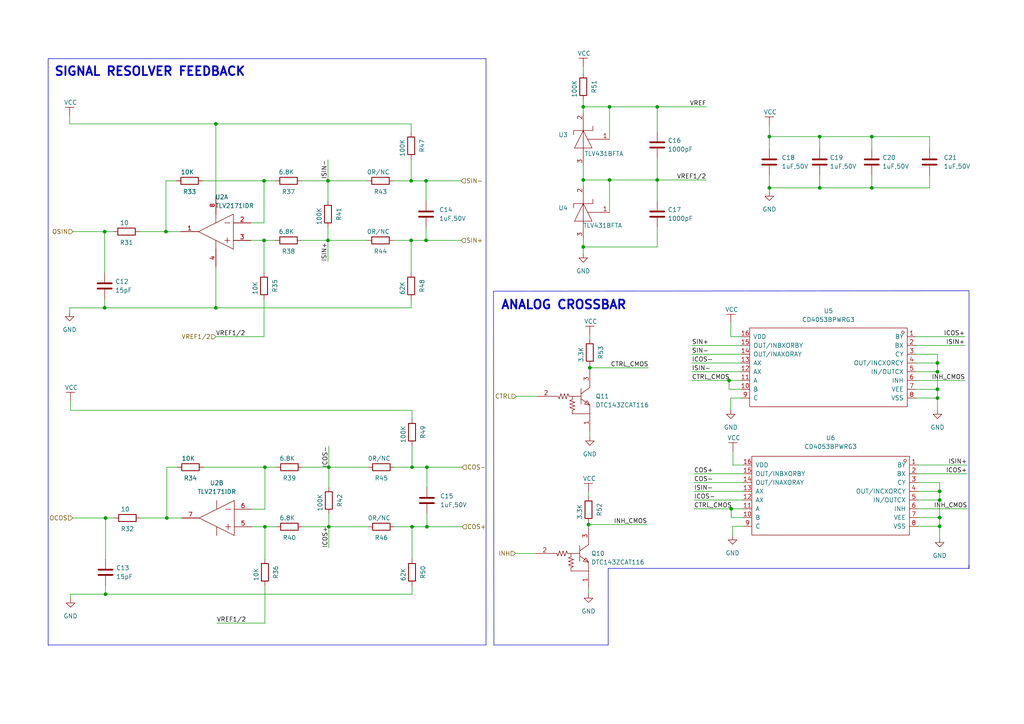
<source format=kicad_sch>
(kicad_sch (version 20230121) (generator eeschema)
  (paper "A4")
  (lib_symbols
    (symbol "02_HPM_Resis:NC_1" (pin_numbers hide) (pin_names (offset 0))
      (property "Reference" "R" (at -3.81 0.635 0))
      (property "Value" "NC_1" (at 5.715 0.635 0))
      (symbol "NC_1_0_1"
        (rectangle (start 2.54 -1.016) (end -2.54 1.016) (stroke (width 0.254)))
      )
      (symbol "NC_1_1_1"
        (pin passive line (at -3.81 0 0) (length 1.27) (name "~") (number "1"))
        (pin passive line (at 3.81 0 180) (length 1.27) (name "~") (number "2"))
      )
    )
    (symbol "03_HPM_CAP:10uF,16V" (pin_numbers hide) (pin_names (offset 0.254))
      (property "Reference" "C" (at 0.635 2.54 0))
      (property "Value" "10uF,16V" (at 0.635 -2.54 0))
      (symbol "10uF,16V_0_1"
        (polyline (pts (xy -2.032 -0.762) (xy 2.032 -0.762)) (stroke (width 0.508)))
        (polyline (pts (xy -2.032 0.762) (xy 2.032 0.762)) (stroke (width 0.508)))
      )
      (symbol "10uF,16V_1_1"
        (pin passive line (at 0 3.81 270) (length 2.794) (name "~") (number "1"))
        (pin passive line (at 0 -3.81 90) (length 2.794) (name "~") (number "2"))
      )
    )
    (symbol "HPM_EVK2:CD4053BPWRG3" (pin_names (offset 1.016))
      (property "Reference" "U" (at 0 0 0))
      (property "Value" "CD4053BPWRG3" (at 0 0 0))
      (symbol "CD4053BPWRG3_1_1"
        (rectangle (start -22.86 -11.43) (end 22.86 11.43))
        (circle (center -21.59 10.16) (radius 0.381))
        (pin input line (at -25.4 8.89 0) (length 2.54) (name "BY") (number "1"))
        (pin input line (at 25.4 -6.35 180) (length 2.54) (name "B") (number "10"))
        (pin input line (at 25.4 -3.81 180) (length 2.54) (name "A") (number "11"))
        (pin input line (at 25.4 -1.27 180) (length 2.54) (name "AX") (number "12"))
        (pin input line (at 25.4 1.27 180) (length 2.54) (name "AX") (number "13"))
        (pin input line (at 25.4 3.81 180) (length 2.54) (name "OUT/INAXORAY") (number "14"))
        (pin input line (at 25.4 6.35 180) (length 2.54) (name "OUT/INBXORBY") (number "15"))
        (pin input line (at 25.4 8.89 180) (length 2.54) (name "VDD") (number "16"))
        (pin input line (at -25.4 6.35 0) (length 2.54) (name "BX") (number "2"))
        (pin input line (at -25.4 3.81 0) (length 2.54) (name "CY") (number "3"))
        (pin input line (at -25.4 1.27 0) (length 2.54) (name "OUT/INCXORCY") (number "4"))
        (pin input line (at -25.4 -1.27 0) (length 2.54) (name "IN/OUTCX") (number "5"))
        (pin input line (at -25.4 -3.81 0) (length 2.54) (name "INH") (number "6"))
        (pin input line (at -25.4 -6.35 0) (length 2.54) (name "VEE") (number "7"))
        (pin input line (at -25.4 -8.89 0) (length 2.54) (name "VSS") (number "8"))
        (pin input line (at 25.4 -8.89 180) (length 2.54) (name "C") (number "9"))
      )
    )
    (symbol "HPM_EVK2:DTC143ZCAT116" (pin_names (offset 1.016) hide)
      (property "Reference" "Q" (at 0 0 0))
      (property "Value" "DTC143ZCAT116" (at 0 0 0))
      (symbol "DTC143ZCAT116_1_1"
        (polyline (pts (xy 0 -2.286) (xy 0 2.286)))
        (polyline (pts (xy 0 0.762) (xy 2.54 2.54)))
        (polyline (pts (xy 0.762 -1.27) (xy 0 -0.762)))
        (polyline (pts (xy 0.762 -1.27) (xy 2.54 -2.54) (xy 2.54 -2.54) (xy 2.54 -5.08) (xy 2.54 -5.08) (xy -2.54 -5.08)))
        (polyline (pts (xy 2.54 -2.54) (xy 1.016 -2.286) (xy 1.016 -2.286) (xy 1.778 -1.27) (xy 1.778 -1.27) (xy 2.54 -2.54)))
        (polyline (pts (xy -2.54 -5.08) (xy -2.54 -4.064) (xy -2.54 -4.064) (xy -1.778 -3.81) (xy -1.778 -3.81) (xy -3.302 -3.302) (xy -3.302 -3.302) (xy -1.778 -2.794) (xy -1.778 -2.794) (xy -3.302 -2.286) (xy -3.302 -2.286) (xy -1.778 -1.778) (xy -1.778 -1.778) (xy -3.302 -1.27) (xy -3.302 -1.27) (xy -2.54 -1.016) (xy -2.54 -1.016) (xy -2.54 0)))
        (polyline (pts (xy -7.62 0) (xy -6.604 0) (xy -6.604 0) (xy -6.35 -0.762) (xy -6.35 -0.762) (xy -5.842 0.762) (xy -5.842 0.762) (xy -5.334 -0.762) (xy -5.334 -0.762) (xy -4.826 0.762) (xy -4.826 0.762) (xy -4.318 -0.762) (xy -4.318 -0.762) (xy -3.81 0.762) (xy -3.81 0.762) (xy -3.556 0) (xy -3.556 0) (xy -2.54 0) (xy -2.54 0) (xy 0 0)))
        (pin input line (at 2.54 -10.16 90) (length 5.08) (name "E") (number "1"))
        (pin input line (at -12.7 0 0) (length 5.08) (name "B") (number "2"))
        (pin input line (at 2.54 7.62 270) (length 5.08) (name "C") (number "3"))
      )
    )
    (symbol "HPM_EVK2:TLV2171IDR" (pin_names (offset 1.016) hide)
      (property "Reference" "U" (at 0 0 0))
      (property "Value" "TLV2171IDR" (at 0 0 0))
      (symbol "TLV2171IDR_1_1"
        (polyline (pts (xy -4.064 -2.54) (xy -2.54 -2.54)))
        (polyline (pts (xy -4.064 2.54) (xy -2.54 2.54)))
        (polyline (pts (xy -3.302 -1.778) (xy -3.302 -3.302)))
        (polyline (pts (xy 0 -2.54) (xy 0 -5.08)))
        (polyline (pts (xy 0 5.08) (xy 0 2.54)))
        (polyline (pts (xy -5.08 -5.08) (xy 5.08 0) (xy 5.08 0) (xy -5.08 5.08) (xy -5.08 5.08) (xy -5.08 -5.08)))
        (pin output line (at 10.16 0 180) (length 5.08) (name "VOUTA") (number "1"))
        (pin input line (at -10.16 2.54 0) (length 5.08) (name "VINA-") (number "2"))
        (pin input line (at -10.16 -2.54 0) (length 5.08) (name "VINA+") (number "3"))
        (pin input line (at 0 -10.16 90) (length 5.08) (name "VSS") (number "4"))
        (pin input line (at 0 10.16 270) (length 5.08) (name "VDD") (number "8"))
      )
      (symbol "TLV2171IDR_2_1"
        (polyline (pts (xy -4.064 -2.54) (xy -2.54 -2.54)))
        (polyline (pts (xy -4.064 2.54) (xy -2.54 2.54)))
        (polyline (pts (xy -3.302 -1.778) (xy -3.302 -3.302)))
        (polyline (pts (xy 0 -2.54) (xy 0 -5.08)))
        (polyline (pts (xy 0 5.08) (xy 0 2.54)))
        (polyline (pts (xy -5.08 -5.08) (xy 5.08 0) (xy 5.08 0) (xy -5.08 5.08) (xy -5.08 5.08) (xy -5.08 -5.08)))
        (pin input line (at -10.16 -2.54 0) (length 5.08) (name "VINB+") (number "5"))
        (pin input line (at -10.16 2.54 0) (length 5.08) (name "VINB-") (number "6"))
        (pin output line (at 10.16 0 180) (length 5.08) (name "VOUTB") (number "7"))
      )
    )
    (symbol "HPM_EVK2:TLV431BFTA" (pin_names (offset 1.016) hide)
      (property "Reference" "U" (at 0 0 0))
      (property "Value" "TLV431BFTA" (at 0 0 0))
      (symbol "TLV431BFTA_1_1"
        (polyline (pts (xy 0 5.08) (xy 0 -5.08)))
        (polyline (pts (xy 5.08 0) (xy 1.27 0)))
        (polyline (pts (xy -2.794 1.27) (xy -2.794 2.54) (xy -2.794 2.54) (xy 2.794 2.54) (xy 2.794 2.54) (xy 2.794 3.81)))
        (polyline (pts (xy 0 2.54) (xy -2.54 -2.54) (xy -2.54 -2.54) (xy 2.54 -2.54) (xy 2.54 -2.54) (xy 0 2.54)))
        (pin input line (at 7.62 0 180) (length 2.54) (name "REF") (number "1"))
        (pin input line (at 0 7.62 270) (length 2.54) (name "CAT") (number "2"))
        (pin input line (at 0 -7.62 90) (length 2.54) (name "AN") (number "3"))
      )
    )
    (symbol "HPM_EVK2:VCC" (power) (pin_numbers hide) (pin_names (offset 0) hide) (in_bom no) (on_board no)
      (property "Value" "VCC" (at 0 4.445 0))
      (symbol "VCC_0_1"
        (polyline (pts (xy -1.27 2.54) (xy 1.27 2.54)))
      )
      (symbol "VCC_1_1"
        (pin power_in line (at 0 0 90) (length 2.54) (name "VCC") (number "1"))
      )
    )
    (symbol "power:GND" (power) (pin_names (offset 0))
      (property "Value" "GND" (at 0 -3.81 0))
      (symbol "GND_0_1"
        (polyline (pts (xy 0 0) (xy 0 -1.27) (xy 1.27 -1.27) (xy 0 -2.54) (xy -1.27 -1.27) (xy 0 -1.27)))
      )
      (symbol "GND_1_1"
        (pin power_in line (at 0 0 270) (length 0) hide (name "GND") (number "1"))
      )
    )
  )
  (junction (at 237.744 54.483))
  (junction (at 119.253 52.451))
  (junction (at 176.784 30.988))
  (junction (at 30.607 172.339))
  (junction (at 48.133 67.183))
  (junction (at 223.139 39.624))
  (junction (at 95.377 135.509))
  (junction (at 252.857 39.624))
  (junction (at 95.377 152.781))
  (junction (at 48.387 150.241))
  (junction (at 190.627 52.197))
  (junction (at 252.857 54.483))
  (junction (at 30.353 67.183))
  (junction (at 190.627 30.988))
  (junction (at 169.164 30.988))
  (junction (at 237.744 39.624))
  (junction (at 123.571 52.451))
  (junction (at 95.123 69.723))
  (junction (at 272.542 145.034))
  (junction (at 119.253 69.723))
  (junction (at 62.611 89.281))
  (junction (at 223.139 54.483))
  (junction (at 212.09 147.574))
  (junction (at 76.835 135.509))
  (junction (at 211.455 110.363))
  (junction (at 123.825 135.509))
  (junction (at 76.835 152.781))
  (junction (at 30.353 89.281))
  (junction (at 123.571 69.723))
  (junction (at 171.069 106.68))
  (junction (at 119.507 152.781))
  (junction (at 272.542 150.114))
  (junction (at 169.164 52.197))
  (junction (at 271.907 115.443))
  (junction (at 95.123 52.451))
  (junction (at 123.825 152.781))
  (junction (at 271.907 112.903))
  (junction (at 272.542 142.494))
  (junction (at 170.688 152.146))
  (junction (at 176.784 52.197))
  (junction (at 76.581 52.451))
  (junction (at 30.607 150.241))
  (junction (at 271.907 105.283))
  (junction (at 272.542 152.654))
  (junction (at 271.907 107.823))
  (junction (at 76.581 69.723))
  (junction (at 62.611 35.941))
  (junction (at 119.507 135.509))
  (junction (at 169.164 71.628))
  (wire (pts (xy 223.139 54.483) (xy 223.139 55.626)))
  (wire (pts (xy 20.447 172.339) (xy 20.447 173.609)))
  (wire (pts (xy 272.542 150.114) (xy 272.542 145.034)))
  (wire (pts (xy 76.581 86.741) (xy 76.581 97.663)))
  (wire (pts (xy 176.784 61.595) (xy 176.784 52.197)))
  (polyline (pts (xy 176.403 187.071) (xy 176.403 164.846)))
  (wire (pts (xy 51.181 52.451) (xy 48.133 52.451)))
  (wire (pts (xy 201.295 137.414) (xy 215.519 137.414)))
  (wire (pts (xy 201.295 139.954) (xy 215.519 139.954)))
  (wire (pts (xy 40.767 150.241) (xy 48.387 150.241)))
  (wire (pts (xy 72.771 69.723) (xy 76.581 69.723)))
  (wire (pts (xy 170.688 142.748) (xy 170.688 144.018)))
  (wire (pts (xy 265.684 107.823) (xy 271.907 107.823)))
  (wire (pts (xy 58.801 52.451) (xy 76.581 52.451)))
  (wire (pts (xy 76.581 79.121) (xy 76.581 69.723)))
  (wire (pts (xy 30.607 169.799) (xy 30.607 172.339)))
  (wire (pts (xy 62.865 180.721) (xy 76.835 180.721)))
  (wire (pts (xy 95.377 152.781) (xy 95.377 158.877)))
  (wire (pts (xy 119.253 69.723) (xy 114.173 69.723)))
  (polyline (pts (xy 140.97 17.018) (xy 13.97 17.018)))
  (wire (pts (xy 223.139 39.624) (xy 223.139 43.18)))
  (wire (pts (xy 95.123 69.723) (xy 106.553 69.723)))
  (wire (pts (xy 76.581 69.723) (xy 79.883 69.723)))
  (wire (pts (xy 123.825 135.509) (xy 123.825 141.351)))
  (wire (pts (xy 212.09 147.574) (xy 215.519 147.574)))
  (wire (pts (xy 123.825 152.781) (xy 133.985 152.781)))
  (wire (pts (xy 212.598 130.937) (xy 212.598 134.874)))
  (wire (pts (xy 272.542 156.083) (xy 272.542 152.654)))
  (wire (pts (xy 215.519 150.114) (xy 212.09 150.114)))
  (wire (pts (xy 269.621 43.18) (xy 269.621 39.624)))
  (wire (pts (xy 212.09 150.114) (xy 212.09 147.574)))
  (wire (pts (xy 169.164 30.988) (xy 169.164 32.766)))
  (wire (pts (xy 265.684 97.663) (xy 279.908 97.663)))
  (wire (pts (xy 169.164 28.956) (xy 169.164 30.988)))
  (wire (pts (xy 72.771 64.643) (xy 76.581 64.643)))
  (wire (pts (xy 30.607 150.241) (xy 30.607 162.179)))
  (wire (pts (xy 48.387 150.241) (xy 52.705 150.241)))
  (wire (pts (xy 190.627 45.847) (xy 190.627 52.197)))
  (wire (pts (xy 266.319 145.034) (xy 272.542 145.034)))
  (wire (pts (xy 62.611 97.663) (xy 76.581 97.663)))
  (wire (pts (xy 33.147 150.241) (xy 30.607 150.241)))
  (wire (pts (xy 149.733 114.935) (xy 155.829 114.935)))
  (wire (pts (xy 265.684 110.363) (xy 279.908 110.363)))
  (wire (pts (xy 155.448 160.528) (xy 149.479 160.528)))
  (wire (pts (xy 170.688 152.146) (xy 187.706 152.146)))
  (wire (pts (xy 73.025 152.781) (xy 76.835 152.781)))
  (wire (pts (xy 223.139 36.449) (xy 223.139 39.624)))
  (wire (pts (xy 30.353 89.281) (xy 20.193 89.281)))
  (wire (pts (xy 87.757 135.509) (xy 95.377 135.509)))
  (wire (pts (xy 123.571 52.451) (xy 133.731 52.451)))
  (polyline (pts (xy 143.256 187.071) (xy 176.403 187.071)))
  (wire (pts (xy 40.513 67.183) (xy 48.133 67.183)))
  (wire (pts (xy 169.164 52.197) (xy 169.164 53.975)))
  (wire (pts (xy 95.377 129.413) (xy 95.377 135.509)))
  (wire (pts (xy 190.627 30.988) (xy 204.851 30.988)))
  (wire (pts (xy 123.825 152.781) (xy 119.507 152.781)))
  (polyline (pts (xy 13.97 187.071) (xy 140.97 187.071)))
  (wire (pts (xy 76.835 169.799) (xy 76.835 180.721)))
  (wire (pts (xy 211.455 110.363) (xy 214.884 110.363)))
  (wire (pts (xy 171.069 125.095) (xy 171.069 126.619)))
  (wire (pts (xy 265.684 112.903) (xy 271.907 112.903)))
  (wire (pts (xy 95.377 152.781) (xy 95.377 148.971)))
  (wire (pts (xy 119.507 152.781) (xy 119.507 162.179)))
  (wire (pts (xy 169.164 69.215) (xy 169.164 71.628)))
  (wire (pts (xy 266.319 142.494) (xy 272.542 142.494)))
  (wire (pts (xy 169.164 19.431) (xy 169.164 21.336)))
  (wire (pts (xy 119.253 69.723) (xy 119.253 79.121)))
  (wire (pts (xy 123.571 52.451) (xy 123.571 58.293)))
  (wire (pts (xy 171.069 106.68) (xy 188.087 106.68)))
  (wire (pts (xy 200.66 110.363) (xy 211.455 110.363)))
  (wire (pts (xy 62.611 77.343) (xy 62.611 89.281)))
  (wire (pts (xy 76.835 162.179) (xy 76.835 152.781)))
  (wire (pts (xy 87.503 69.723) (xy 95.123 69.723)))
  (wire (pts (xy 237.744 39.624) (xy 223.139 39.624)))
  (polyline (pts (xy 281.051 84.328) (xy 281.051 164.973)))
  (wire (pts (xy 211.963 93.726) (xy 211.963 97.663)))
  (wire (pts (xy 171.069 106.68) (xy 171.069 107.315)))
  (wire (pts (xy 20.193 35.941) (xy 62.611 35.941)))
  (wire (pts (xy 265.684 115.443) (xy 271.907 115.443)))
  (wire (pts (xy 272.542 142.494) (xy 272.542 139.954)))
  (wire (pts (xy 176.784 52.197) (xy 190.627 52.197)))
  (wire (pts (xy 123.571 69.723) (xy 133.731 69.723)))
  (wire (pts (xy 266.319 150.114) (xy 272.542 150.114)))
  (wire (pts (xy 266.319 147.574) (xy 280.543 147.574)))
  (wire (pts (xy 62.611 35.941) (xy 119.253 35.941)))
  (wire (pts (xy 119.253 46.101) (xy 119.253 52.451)))
  (wire (pts (xy 190.627 30.988) (xy 176.784 30.988)))
  (wire (pts (xy 119.253 52.451) (xy 123.571 52.451)))
  (wire (pts (xy 76.581 64.643) (xy 76.581 52.451)))
  (wire (pts (xy 252.857 54.483) (xy 237.744 54.483)))
  (wire (pts (xy 169.164 48.006) (xy 169.164 52.197)))
  (wire (pts (xy 119.253 86.741) (xy 119.253 89.281)))
  (polyline (pts (xy 13.97 17.018) (xy 13.97 187.198)))
  (wire (pts (xy 265.684 105.283) (xy 271.907 105.283)))
  (wire (pts (xy 176.784 30.988) (xy 169.164 30.988)))
  (wire (pts (xy 271.907 115.443) (xy 271.907 112.903)))
  (wire (pts (xy 269.621 39.624) (xy 252.857 39.624)))
  (wire (pts (xy 271.907 118.872) (xy 271.907 115.443)))
  (wire (pts (xy 212.598 134.874) (xy 215.519 134.874)))
  (wire (pts (xy 95.123 52.451) (xy 95.123 58.293)))
  (wire (pts (xy 32.893 67.183) (xy 30.353 67.183)))
  (wire (pts (xy 170.688 151.638) (xy 170.688 152.146)))
  (wire (pts (xy 200.66 105.283) (xy 214.884 105.283)))
  (polyline (pts (xy 143.129 84.455) (xy 281.051 84.328)))
  (wire (pts (xy 237.744 50.8) (xy 237.744 54.483)))
  (wire (pts (xy 190.627 38.227) (xy 190.627 30.988)))
  (wire (pts (xy 190.627 52.197) (xy 204.851 52.197)))
  (wire (pts (xy 30.607 172.339) (xy 20.447 172.339)))
  (wire (pts (xy 252.857 39.624) (xy 237.744 39.624)))
  (wire (pts (xy 119.507 129.159) (xy 119.507 135.509)))
  (wire (pts (xy 200.66 102.743) (xy 214.884 102.743)))
  (wire (pts (xy 76.581 52.451) (xy 79.883 52.451)))
  (wire (pts (xy 119.507 118.999) (xy 119.507 121.539)))
  (wire (pts (xy 266.319 152.654) (xy 272.542 152.654)))
  (wire (pts (xy 95.377 152.781) (xy 106.807 152.781)))
  (wire (pts (xy 211.963 97.663) (xy 214.884 97.663)))
  (wire (pts (xy 200.66 100.203) (xy 214.884 100.203)))
  (wire (pts (xy 119.507 135.509) (xy 123.825 135.509)))
  (wire (pts (xy 95.123 69.723) (xy 95.123 65.913)))
  (wire (pts (xy 87.503 52.451) (xy 95.123 52.451)))
  (wire (pts (xy 272.542 152.654) (xy 272.542 150.114)))
  (wire (pts (xy 95.123 69.723) (xy 95.123 75.819)))
  (wire (pts (xy 170.688 152.146) (xy 170.688 152.908)))
  (wire (pts (xy 252.857 39.624) (xy 252.857 43.18)))
  (wire (pts (xy 76.835 147.701) (xy 76.835 135.509)))
  (wire (pts (xy 21.082 150.241) (xy 30.607 150.241)))
  (wire (pts (xy 62.611 35.941) (xy 62.611 57.023)))
  (wire (pts (xy 21.209 67.183) (xy 30.353 67.183)))
  (wire (pts (xy 20.447 118.999) (xy 119.507 118.999)))
  (wire (pts (xy 211.455 112.903) (xy 211.455 110.363)))
  (wire (pts (xy 190.627 65.913) (xy 190.627 71.628)))
  (wire (pts (xy 119.507 169.799) (xy 119.507 172.339)))
  (wire (pts (xy 169.164 52.197) (xy 176.784 52.197)))
  (wire (pts (xy 201.295 145.034) (xy 215.519 145.034)))
  (wire (pts (xy 265.684 102.743) (xy 271.907 102.743)))
  (wire (pts (xy 123.825 135.509) (xy 133.985 135.509)))
  (wire (pts (xy 271.907 112.903) (xy 271.907 107.823)))
  (wire (pts (xy 30.353 86.741) (xy 30.353 89.281)))
  (wire (pts (xy 201.295 142.494) (xy 215.519 142.494)))
  (wire (pts (xy 30.353 67.183) (xy 30.353 79.121)))
  (wire (pts (xy 265.684 100.203) (xy 279.908 100.203)))
  (wire (pts (xy 119.507 152.781) (xy 114.427 152.781)))
  (wire (pts (xy 87.757 152.781) (xy 95.377 152.781)))
  (wire (pts (xy 114.427 135.509) (xy 119.507 135.509)))
  (wire (pts (xy 123.825 148.971) (xy 123.825 152.781)))
  (wire (pts (xy 119.253 35.941) (xy 119.253 38.481)))
  (wire (pts (xy 20.193 89.281) (xy 20.193 90.551)))
  (wire (pts (xy 48.133 52.451) (xy 48.133 67.183)))
  (wire (pts (xy 59.055 135.509) (xy 76.835 135.509)))
  (polyline (pts (xy 281.051 164.846) (xy 281.051 163.83)))
  (wire (pts (xy 48.387 135.509) (xy 48.387 150.241)))
  (wire (pts (xy 269.621 50.8) (xy 269.621 54.483)))
  (wire (pts (xy 30.353 89.281) (xy 62.611 89.281)))
  (wire (pts (xy 214.884 115.443) (xy 211.963 115.443)))
  (wire (pts (xy 95.377 135.509) (xy 106.807 135.509)))
  (wire (pts (xy 95.123 46.355) (xy 95.123 52.451)))
  (wire (pts (xy 123.571 65.913) (xy 123.571 69.723)))
  (wire (pts (xy 271.907 105.283) (xy 271.907 102.743)))
  (wire (pts (xy 266.319 134.874) (xy 280.543 134.874)))
  (polyline (pts (xy 140.97 187.071) (xy 140.97 17.018)))
  (wire (pts (xy 269.621 54.483) (xy 252.857 54.483)))
  (wire (pts (xy 212.471 152.654) (xy 212.471 155.321)))
  (wire (pts (xy 272.542 145.034) (xy 272.542 142.494)))
  (wire (pts (xy 51.435 135.509) (xy 48.387 135.509)))
  (wire (pts (xy 114.173 52.451) (xy 119.253 52.451)))
  (wire (pts (xy 266.319 139.954) (xy 272.542 139.954)))
  (wire (pts (xy 170.688 170.688) (xy 170.688 172.212)))
  (wire (pts (xy 176.784 30.988) (xy 176.784 40.386)))
  (wire (pts (xy 48.133 67.183) (xy 52.451 67.183)))
  (wire (pts (xy 237.744 54.483) (xy 223.139 54.483)))
  (wire (pts (xy 190.627 52.197) (xy 190.627 58.293)))
  (wire (pts (xy 20.193 33.655) (xy 20.193 35.941)))
  (wire (pts (xy 211.963 115.443) (xy 211.963 118.872)))
  (wire (pts (xy 214.884 112.903) (xy 211.455 112.903)))
  (wire (pts (xy 95.123 52.451) (xy 106.553 52.451)))
  (wire (pts (xy 76.835 152.781) (xy 80.137 152.781)))
  (wire (pts (xy 171.069 97.155) (xy 171.069 98.425)))
  (wire (pts (xy 271.907 107.823) (xy 271.907 105.283)))
  (wire (pts (xy 201.295 147.574) (xy 212.09 147.574)))
  (wire (pts (xy 190.627 71.628) (xy 169.164 71.628)))
  (wire (pts (xy 266.319 137.414) (xy 280.543 137.414)))
  (wire (pts (xy 200.66 107.823) (xy 214.884 107.823)))
  (polyline (pts (xy 176.403 164.846) (xy 281.051 164.846)))
  (polyline (pts (xy 143.256 187.071) (xy 143.129 84.455)))
  (wire (pts (xy 76.835 135.509) (xy 80.137 135.509)))
  (wire (pts (xy 223.139 50.8) (xy 223.139 54.483)))
  (wire (pts (xy 30.607 172.339) (xy 119.507 172.339)))
  (wire (pts (xy 73.025 147.701) (xy 76.835 147.701)))
  (wire (pts (xy 252.857 50.8) (xy 252.857 54.483)))
  (wire (pts (xy 215.519 152.654) (xy 212.471 152.654)))
  (wire (pts (xy 237.744 39.624) (xy 237.744 43.18)))
  (wire (pts (xy 169.164 71.628) (xy 169.164 73.533)))
  (wire (pts (xy 20.447 116.332) (xy 20.447 118.999)))
  (wire (pts (xy 95.377 135.509) (xy 95.377 141.351)))
  (wire (pts (xy 123.571 69.723) (xy 119.253 69.723)))
  (wire (pts (xy 171.069 106.045) (xy 171.069 106.68)))
  (wire (pts (xy 62.611 89.281) (xy 119.253 89.281)))
  (text "SIGNAL RESOLVER FEEDBACK" (at 15.621 22.352 0) (effects (font (size 2.54 2.54) (thickness 0.508) bold) (justify left bottom)))
  (text "ANALOG CROSSBAR" (at 145.161 90.043 0) (effects (font (size 2.54 2.54) (thickness 0.508) bold) (justify left bottom)))
  (label "ISIN+" (at 280.543 134.874 180))
  (label "ISIN-" (at 95.123 46.355 270))
  (label "INH_CMOS" (at 279.908 110.363 180))
  (label "ICOS+" (at 95.377 158.877 90))
  (label "CTRL_CMOS" (at 188.087 106.68 180))
  (label "ISIN-" (at 201.295 142.494 0))
  (label "SIN+" (at 200.66 100.203 0))
  (label "VREF1{slash}2" (at 204.851 52.197 180))
  (label "INH_CMOS" (at 187.706 152.146 180))
  (label "ICOS-" (at 201.295 145.034 0))
  (label "INH_CMOS" (at 280.543 147.574 180))
  (label "ICOS-" (at 95.377 129.413 270))
  (label "ISIN+" (at 95.123 75.819 90))
  (label "COS+" (at 201.295 137.414 0))
  (label "CTRL_CMOS" (at 200.66 110.363 0))
  (label "ISIN+" (at 279.908 100.203 180))
  (label "ICOS-" (at 200.66 105.283 0))
  (label "ISIN-" (at 200.66 107.823 0))
  (label "CTRL_CMOS" (at 201.295 147.574 0))
  (label "SIN-" (at 200.66 102.743 0))
  (label "VREF1{slash}2" (at 62.865 180.721 0))
  (label "COS-" (at 201.295 139.954 0))
  (label "VREF1{slash}2" (at 62.611 97.663 0))
  (label "ICOS+" (at 279.908 97.663 180))
  (label "ICOS+" (at 280.543 137.414 180))
  (label "VREF" (at 204.851 30.988 180))
  (hierarchical_label "INH" (shape input) (at 149.479 160.528 180))
  (hierarchical_label "SIN+" (shape input) (at 133.731 69.723 0))
  (hierarchical_label "OSIN" (shape input) (at 21.209 67.183 180))
  (hierarchical_label "SIN-" (shape input) (at 133.731 52.451 0))
  (hierarchical_label "CTRL" (shape input) (at 149.733 114.935 180))
  (hierarchical_label "COS+" (shape input) (at 133.985 152.781 0))
  (hierarchical_label "COS-" (shape input) (at 133.985 135.509 0))
  (hierarchical_label "VREF1{slash}2" (shape input) (at 62.611 97.663 180))
  (hierarchical_label "OCOS" (shape input) (at 21.082 150.241 180))
  (symbol (lib_id "power:GND") (at 20.447 173.609 0) (unit 1)
    (property "Reference" "#PWR0111" (effects hide))
    (property "Value" "GND" (at 20.447 178.689 0))
  )
  (symbol (lib_id "power:GND") (at 223.139 55.626 0) (unit 1)
    (property "Reference" "#PWR0113" (effects hide))
    (property "Value" "GND" (at 223.139 60.706 0))
  )
  (symbol (lib_id "HPM_EVK2:CD4053BPWRG3") (at 240.919 143.764 0) (mirror y) (unit 1)
    (property "Reference" "U6" (at 240.919 127 0))
    (property "Value" "CD4053BPWRG3" (at 240.919 129.54 0))
    (property "Footprint" "TSSOP-16_L5.0-W4.4-P0.65-LS6.4-BL" (effects hide))
    (property "SuppliersPartNumber" "C2673150" (effects hide))
    (property "uuid" "pro:d14b28672638441386494509c9adb3f9" (effects hide))
  )
  (symbol (lib_id "02_HPM_Resis:NC_1") (at 110.363 52.451 180) (unit 1)
    (property "Reference" "R43" (at 110.363 55.626 0))
    (property "Value" "0R/NC" (at 109.728 49.911 0))
    (property "Footprint" "02_HPM_Resis:R_0603_1608Metric" (effects hide))
  )
  (symbol (lib_id "02_HPM_Resis:NC_1") (at 170.688 147.828 270) (unit 1)
    (property "Reference" "R52" (at 173.863 147.828 0))
    (property "Value" "3.3K" (at 168.148 148.463 0))
    (property "Footprint" "02_HPM_Resis:R_0603_1608Metric" (effects hide))
  )
  (symbol (lib_id "03_HPM_CAP:10uF,16V") (at 269.621 46.99 0) (unit 1)
    (property "Reference" "C21" (at 273.685 45.7199 0) (effects (justify left)))
    (property "Value" "1uF,50V" (at 273.685 48.2599 0) (effects (justify left)))
    (property "Footprint" "03_HPM_CAP:C_0603_1608Metric" (effects hide))
  )
  (symbol (lib_id "HPM_EVK2:CD4053BPWRG3") (at 240.284 106.553 0) (mirror y) (unit 1)
    (property "Reference" "U5" (at 240.284 90.17 0))
    (property "Value" "CD4053BPWRG3" (at 240.284 92.71 0))
    (property "Footprint" "TSSOP-16_L5.0-W4.4-P0.65-LS6.4-BL" (effects hide))
    (property "SuppliersPartNumber" "C2673150" (effects hide))
    (property "uuid" "pro:d14b28672638441386494509c9adb3f9" (effects hide))
  )
  (symbol (lib_id "03_HPM_CAP:10uF,16V") (at 30.353 82.931 0) (unit 1)
    (property "Reference" "C12" (at 33.401 81.6609 0) (effects (justify left)))
    (property "Value" "15pF" (at 33.401 84.2009 0) (effects (justify left)))
    (property "Footprint" "03_HPM_CAP:C_0603_1608Metric" (effects hide))
  )
  (symbol (lib_id "HPM_EVK2:DTC143ZCAT116") (at 168.148 160.528 0) (unit 1)
    (property "Reference" "Q10" (at 171.45 160.5279 0) (effects (justify left)))
    (property "Value" "DTC143ZCAT116" (at 171.45 163.0679 0) (effects (justify left)))
    (property "Footprint" "SOT-23-3_L2.9-W1.4-P1.90-LS2.4-TR" (effects hide))
    (property "Datasheet" "https://atta.szlcsc.com/upload/public/pdf/source/20180416/C190526_9A19923E70B037183C724EE92009591E.pdf" (effects hide))
    (property "SuppliersPartNumber" "C190526" (effects hide))
    (property "uuid" "pro:3912e32fb3d241218c66f19fb35158d4" (effects hide))
  )
  (symbol (lib_id "HPM_EVK2:VCC") (at 20.447 116.332 0) (unit 1) (in_bom no) (on_board no)
    (property "Reference" "#PWR0119" (effects hide))
    (property "Value" "VCC" (at 20.701 112.395 0))
  )
  (symbol (lib_id "03_HPM_CAP:10uF,16V") (at 237.744 46.99 0) (unit 1)
    (property "Reference" "C19" (at 240.665 45.7199 0) (effects (justify left)))
    (property "Value" "1uF,50V" (at 240.665 48.2599 0) (effects (justify left)))
    (property "Footprint" "03_HPM_CAP:C_0603_1608Metric" (effects hide))
  )
  (symbol (lib_id "HPM_EVK2:TLV2171IDR") (at 62.865 150.241 0) (mirror y) (unit 2)
    (property "Reference" "U2" (at 62.865 140.081 0))
    (property "Value" "TLV2171IDR" (at 62.865 142.621 0))
    (property "Footprint" "SOIC-8_L4.9-W3.9-P1.27-LS6.0-BL" (effects hide))
    (property "Datasheet" "https://atta.szlcsc.com/upload/public/pdf/source/20191209/C468184_E2D6336DA1AF3CE368FCEDC5DEBF983B.pdf" (effects hide))
    (property "SuppliersPartNumber" "C468184" (effects hide))
    (property "uuid" "pro:5be77892414242368fb6ac72ac44a85c" (effects hide))
  )
  (symbol (lib_id "HPM_EVK2:VCC") (at 171.069 97.155 0) (unit 1) (in_bom no) (on_board no)
    (property "Reference" "#PWR0127" (effects hide))
    (property "Value" "VCC" (at 171.323 93.218 0))
  )
  (symbol (lib_id "HPM_EVK2:DTC143ZCAT116") (at 168.529 114.935 0) (unit 1)
    (property "Reference" "Q11" (at 172.72 114.9349 0) (effects (justify left)))
    (property "Value" "DTC143ZCAT116" (at 172.72 117.4749 0) (effects (justify left)))
    (property "Footprint" "SOT-23-3_L2.9-W1.4-P1.90-LS2.4-TR" (effects hide))
    (property "Datasheet" "https://atta.szlcsc.com/upload/public/pdf/source/20180416/C190526_9A19923E70B037183C724EE92009591E.pdf" (effects hide))
    (property "SuppliersPartNumber" "C190526" (effects hide))
    (property "uuid" "pro:3912e32fb3d241218c66f19fb35158d4" (effects hide))
  )
  (symbol (lib_id "02_HPM_Resis:NC_1") (at 119.253 42.291 270) (unit 1)
    (property "Reference" "R47" (at 122.428 42.291 0))
    (property "Value" "100K" (at 116.713 42.926 0))
    (property "Footprint" "02_HPM_Resis:R_0603_1608Metric" (effects hide))
  )
  (symbol (lib_id "power:GND") (at 212.471 155.321 0) (unit 1)
    (property "Reference" "#PWR0124" (effects hide))
    (property "Value" "GND" (at 212.471 160.401 0))
  )
  (symbol (lib_id "02_HPM_Resis:NC_1") (at 110.617 152.781 180) (unit 1)
    (property "Reference" "R46" (at 110.617 155.956 0))
    (property "Value" "0R/NC" (at 109.982 150.241 0))
    (property "Footprint" "02_HPM_Resis:R_0603_1608Metric" (effects hide))
  )
  (symbol (lib_id "HPM_EVK2:VCC") (at 212.598 130.937 0) (unit 1) (in_bom no) (on_board no)
    (property "Reference" "#PWR0128" (effects hide))
    (property "Value" "VCC" (at 212.852 127 0))
  )
  (symbol (lib_id "02_HPM_Resis:NC_1") (at 54.991 52.451 180) (unit 1)
    (property "Reference" "R33" (at 54.991 55.626 0))
    (property "Value" "10K" (at 54.356 49.911 0))
    (property "Footprint" "02_HPM_Resis:R_0603_1608Metric" (effects hide))
  )
  (symbol (lib_id "02_HPM_Resis:NC_1") (at 119.253 82.931 270) (unit 1)
    (property "Reference" "R48" (at 122.428 82.931 0))
    (property "Value" "62K" (at 116.713 83.566 0))
    (property "Footprint" "02_HPM_Resis:R_0603_1608Metric" (effects hide))
  )
  (symbol (lib_id "power:GND") (at 171.069 126.619 0) (unit 1)
    (property "Reference" "#PWR011" (effects hide))
    (property "Value" "GND" (at 171.069 131.699 0))
  )
  (symbol (lib_id "HPM_EVK2:TLV431BFTA") (at 169.164 61.595 0) (unit 1)
    (property "Reference" "U4" (at 164.719 60.3249 0) (effects (justify right)))
    (property "Value" "TLV431BFTA" (at 180.467 65.405 0) (effects (justify right)))
    (property "Footprint" "SOT-23-3_L2.9-W1.3-P1.90-LS2.4-BR" (effects hide))
    (property "Datasheet" "https://atta.szlcsc.com/upload/public/pdf/source/20181012/C189220_983B68A342BC18A42404C024AD402451.pdf" (effects hide))
    (property "SuppliersPartNumber" "C189220" (effects hide))
    (property "uuid" "pro:b4e876e917dd48e39c5ada97c5fe9c6b" (effects hide))
  )
  (symbol (lib_id "02_HPM_Resis:NC_1") (at 83.693 69.723 180) (unit 1)
    (property "Reference" "R38" (at 83.693 72.898 0))
    (property "Value" "6.8K" (at 83.058 67.183 0))
    (property "Footprint" "02_HPM_Resis:R_0603_1608Metric" (effects hide))
  )
  (symbol (lib_id "HPM_EVK2:TLV431BFTA") (at 169.164 40.386 0) (unit 1)
    (property "Reference" "U3" (at 164.719 39.1159 0) (effects (justify right)))
    (property "Value" "TLV431BFTA" (at 180.848 44.577 0) (effects (justify right)))
    (property "Footprint" "SOT-23-3_L2.9-W1.3-P1.90-LS2.4-BR" (effects hide))
    (property "Datasheet" "https://atta.szlcsc.com/upload/public/pdf/source/20181012/C189220_983B68A342BC18A42404C024AD402451.pdf" (effects hide))
    (property "SuppliersPartNumber" "C189220" (effects hide))
    (property "uuid" "pro:b4e876e917dd48e39c5ada97c5fe9c6b" (effects hide))
  )
  (symbol (lib_id "03_HPM_CAP:10uF,16V") (at 190.627 42.037 0) (unit 1)
    (property "Reference" "C16" (at 193.675 40.7669 0) (effects (justify left)))
    (property "Value" "1000pF" (at 193.675 43.3069 0) (effects (justify left)))
    (property "Footprint" "03_HPM_CAP:C_0603_1608Metric" (effects hide))
  )
  (symbol (lib_id "02_HPM_Resis:NC_1") (at 76.581 82.931 270) (unit 1)
    (property "Reference" "R35" (at 79.756 82.931 0))
    (property "Value" "10K" (at 74.041 83.566 0))
    (property "Footprint" "02_HPM_Resis:R_0603_1608Metric" (effects hide))
  )
  (symbol (lib_id "02_HPM_Resis:NC_1") (at 119.507 125.349 270) (unit 1)
    (property "Reference" "R49" (at 122.682 125.349 0))
    (property "Value" "100K" (at 116.967 125.984 0))
    (property "Footprint" "02_HPM_Resis:R_0603_1608Metric" (effects hide))
  )
  (symbol (lib_id "02_HPM_Resis:NC_1") (at 169.164 25.146 270) (unit 1)
    (property "Reference" "R51" (at 172.339 25.146 0))
    (property "Value" "100K" (at 166.624 25.781 0))
    (property "Footprint" "02_HPM_Resis:R_0603_1608Metric" (effects hide))
  )
  (symbol (lib_id "HPM_EVK2:VCC") (at 169.164 19.431 0) (unit 1) (in_bom no) (on_board no)
    (property "Reference" "#PWR0118" (effects hide))
    (property "Value" "VCC" (at 169.418 15.494 0))
  )
  (symbol (lib_id "02_HPM_Resis:NC_1") (at 83.947 152.781 180) (unit 1)
    (property "Reference" "R40" (at 83.947 155.956 0))
    (property "Value" "6.8K" (at 83.312 150.241 0))
    (property "Footprint" "02_HPM_Resis:R_0603_1608Metric" (effects hide))
  )
  (symbol (lib_id "02_HPM_Resis:NC_1") (at 95.123 62.103 270) (unit 1)
    (property "Reference" "R41" (at 98.298 62.103 0))
    (property "Value" "100K" (at 92.583 62.738 0))
    (property "Footprint" "02_HPM_Resis:R_0603_1608Metric" (effects hide))
  )
  (symbol (lib_id "power:GND") (at 272.542 156.083 0) (unit 1)
    (property "Reference" "#PWR0121" (effects hide))
    (property "Value" "GND" (at 272.542 161.163 0))
  )
  (symbol (lib_id "02_HPM_Resis:NC_1") (at 171.069 102.235 270) (unit 1)
    (property "Reference" "R53" (at 174.244 102.235 0))
    (property "Value" "3.3K" (at 168.529 102.87 0))
    (property "Footprint" "02_HPM_Resis:R_0603_1608Metric" (effects hide))
  )
  (symbol (lib_id "HPM_EVK2:VCC") (at 170.688 142.748 0) (unit 1) (in_bom no) (on_board no)
    (property "Reference" "#PWR0126" (effects hide))
    (property "Value" "VCC" (at 170.942 138.811 0))
  )
  (symbol (lib_id "HPM_EVK2:VCC") (at 211.963 93.726 0) (unit 1) (in_bom no) (on_board no)
    (property "Reference" "#PWR0125" (effects hide))
    (property "Value" "VCC" (at 212.217 89.789 0))
  )
  (symbol (lib_id "02_HPM_Resis:NC_1") (at 110.363 69.723 180) (unit 1)
    (property "Reference" "R44" (at 110.363 72.898 0))
    (property "Value" "0R/NC" (at 109.728 67.183 0))
    (property "Footprint" "02_HPM_Resis:R_0603_1608Metric" (effects hide))
  )
  (symbol (lib_id "03_HPM_CAP:10uF,16V") (at 223.139 46.99 0) (unit 1)
    (property "Reference" "C18" (at 226.695 45.7199 0) (effects (justify left)))
    (property "Value" "1uF,50V" (at 226.695 48.2599 0) (effects (justify left)))
    (property "Footprint" "03_HPM_CAP:C_0603_1608Metric" (effects hide))
  )
  (symbol (lib_id "02_HPM_Resis:NC_1") (at 83.693 52.451 180) (unit 1)
    (property "Reference" "R37" (at 83.693 55.626 0))
    (property "Value" "6.8K" (at 83.058 49.911 0))
    (property "Footprint" "02_HPM_Resis:R_0603_1608Metric" (effects hide))
  )
  (symbol (lib_id "02_HPM_Resis:NC_1") (at 55.245 135.509 180) (unit 1)
    (property "Reference" "R34" (at 55.245 138.684 0))
    (property "Value" "10K" (at 54.61 132.969 0))
    (property "Footprint" "02_HPM_Resis:R_0603_1608Metric" (effects hide))
  )
  (symbol (lib_id "03_HPM_CAP:10uF,16V") (at 190.627 62.103 0) (unit 1)
    (property "Reference" "C17" (at 193.675 60.8329 0) (effects (justify left)))
    (property "Value" "1000pF" (at 193.675 63.3729 0) (effects (justify left)))
    (property "Footprint" "03_HPM_CAP:C_0603_1608Metric" (effects hide))
  )
  (symbol (lib_id "02_HPM_Resis:NC_1") (at 36.703 67.183 180) (unit 1)
    (property "Reference" "R31" (at 36.703 70.358 0))
    (property "Value" "10" (at 36.068 64.643 0))
    (property "Footprint" "02_HPM_Resis:R_0603_1608Metric" (effects hide))
  )
  (symbol (lib_id "03_HPM_CAP:10uF,16V") (at 30.607 165.989 0) (unit 1)
    (property "Reference" "C13" (at 33.655 164.7189 0) (effects (justify left)))
    (property "Value" "15pF" (at 33.655 167.2589 0) (effects (justify left)))
    (property "Footprint" "03_HPM_CAP:C_0603_1608Metric" (effects hide))
  )
  (symbol (lib_id "02_HPM_Resis:NC_1") (at 110.617 135.509 180) (unit 1)
    (property "Reference" "R45" (at 110.617 138.684 0))
    (property "Value" "0R/NC" (at 109.982 132.969 0))
    (property "Footprint" "02_HPM_Resis:R_0603_1608Metric" (effects hide))
  )
  (symbol (lib_id "02_HPM_Resis:NC_1") (at 36.957 150.241 180) (unit 1)
    (property "Reference" "R32" (at 36.957 153.416 0))
    (property "Value" "10" (at 36.322 147.701 0))
    (property "Footprint" "02_HPM_Resis:R_0603_1608Metric" (effects hide))
  )
  (symbol (lib_id "HPM_EVK2:VCC") (at 20.193 33.655 0) (unit 1) (in_bom no) (on_board no)
    (property "Reference" "#PWR0120" (effects hide))
    (property "Value" "VCC" (at 20.447 29.718 0))
  )
  (symbol (lib_id "02_HPM_Resis:NC_1") (at 83.947 135.509 180) (unit 1)
    (property "Reference" "R39" (at 83.947 138.684 0))
    (property "Value" "6.8K" (at 83.312 132.969 0))
    (property "Footprint" "02_HPM_Resis:R_0603_1608Metric" (effects hide))
  )
  (symbol (lib_id "power:GND") (at 169.164 73.533 0) (unit 1)
    (property "Reference" "#PWR0115" (effects hide))
    (property "Value" "GND" (at 169.164 78.613 0))
  )
  (symbol (lib_id "power:GND") (at 271.907 118.872 0) (unit 1)
    (property "Reference" "#PWR0122" (effects hide))
    (property "Value" "GND" (at 271.907 123.952 0))
  )
  (symbol (lib_id "03_HPM_CAP:10uF,16V") (at 123.571 62.103 0) (unit 1)
    (property "Reference" "C14" (at 127.381 60.8329 0) (effects (justify left)))
    (property "Value" "1uF,50V" (at 127.381 63.3729 0) (effects (justify left)))
    (property "Footprint" "03_HPM_CAP:C_0603_1608Metric" (effects hide))
  )
  (symbol (lib_id "power:GND") (at 20.193 90.551 0) (unit 1)
    (property "Reference" "#PWR0112" (effects hide))
    (property "Value" "GND" (at 20.193 95.631 0))
  )
  (symbol (lib_id "03_HPM_CAP:10uF,16V") (at 123.825 145.161 0) (unit 1)
    (property "Reference" "C15" (at 127.635 143.8909 0) (effects (justify left)))
    (property "Value" "1uF,50V" (at 127.635 146.4309 0) (effects (justify left)))
    (property "Footprint" "03_HPM_CAP:C_0603_1608Metric" (effects hide))
  )
  (symbol (lib_id "power:GND") (at 211.963 118.872 0) (unit 1)
    (property "Reference" "#PWR0123" (effects hide))
    (property "Value" "GND" (at 211.963 123.952 0))
  )
  (symbol (lib_id "HPM_EVK2:TLV2171IDR") (at 62.611 67.183 0) (mirror y) (unit 1)
    (property "Reference" "U2" (at 62.3823 57.15 0) (effects (justify right)))
    (property "Value" "TLV2171IDR" (at 62.3823 59.69 0) (effects (justify right)))
    (property "Footprint" "SOIC-8_L4.9-W3.9-P1.27-LS6.0-BL" (effects hide))
    (property "Datasheet" "https://atta.szlcsc.com/upload/public/pdf/source/20191209/C468184_E2D6336DA1AF3CE368FCEDC5DEBF983B.pdf" (effects hide))
    (property "SuppliersPartNumber" "C468184" (effects hide))
    (property "uuid" "pro:5be77892414242368fb6ac72ac44a85c" (effects hide))
  )
  (symbol (lib_id "power:GND") (at 170.688 172.212 0) (unit 1)
    (property "Reference" "#PWR09" (effects hide))
    (property "Value" "GND" (at 170.688 177.292 0))
  )
  (symbol (lib_id "02_HPM_Resis:NC_1") (at 76.835 165.989 270) (unit 1)
    (property "Reference" "R36" (at 80.01 165.989 0))
    (property "Value" "10K" (at 74.295 166.624 0))
    (property "Footprint" "02_HPM_Resis:R_0603_1608Metric" (effects hide))
  )
  (symbol (lib_id "03_HPM_CAP:10uF,16V") (at 252.857 46.99 0) (unit 1)
    (property "Reference" "C20" (at 255.905 45.7199 0) (effects (justify left)))
    (property "Value" "1uF,50V" (at 255.905 48.2599 0) (effects (justify left)))
    (property "Footprint" "03_HPM_CAP:C_0603_1608Metric" (effects hide))
  )
  (symbol (lib_id "02_HPM_Resis:NC_1") (at 95.377 145.161 270) (unit 1)
    (property "Reference" "R42" (at 98.552 145.161 0))
    (property "Value" "100K" (at 92.837 145.796 0))
    (property "Footprint" "02_HPM_Resis:R_0603_1608Metric" (effects hide))
  )
  (symbol (lib_id "HPM_EVK2:VCC") (at 223.139 36.449 0) (unit 1) (in_bom no) (on_board no)
    (property "Reference" "#PWR0129" (effects hide))
    (property "Value" "VCC" (at 223.393 32.512 0))
  )
  (symbol (lib_id "02_HPM_Resis:NC_1") (at 119.507 165.989 270) (unit 1)
    (property "Reference" "R50" (at 122.682 165.989 0))
    (property "Value" "62K" (at 116.967 166.624 0))
    (property "Footprint" "02_HPM_Resis:R_0603_1608Metric" (effects hide))
  )
)
</source>
